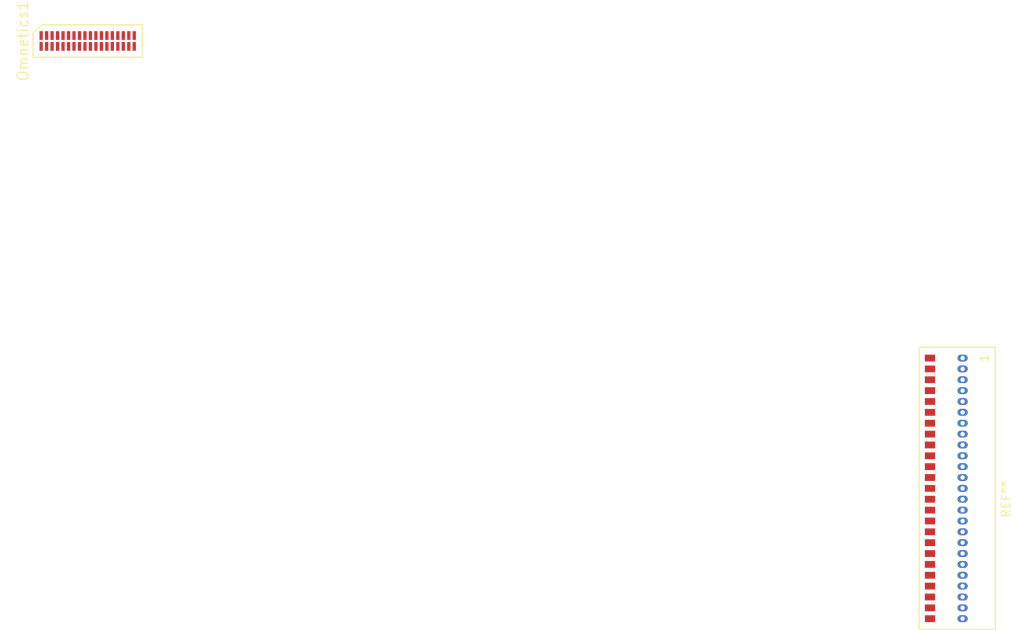
<source format=kicad_pcb>
(kicad_pcb (version 4) (host pcbnew 4.0.7)

  (general
    (links 0)
    (no_connects 0)
    (area 0 0 0 0)
    (thickness 1.6)
    (drawings 0)
    (tracks 0)
    (zones 0)
    (modules 2)
    (nets 1)
  )

  (page A4)
  (layers
    (0 F.Cu signal)
    (31 B.Cu signal)
    (32 B.Adhes user)
    (33 F.Adhes user)
    (34 B.Paste user)
    (35 F.Paste user)
    (36 B.SilkS user)
    (37 F.SilkS user)
    (38 B.Mask user)
    (39 F.Mask user)
    (40 Dwgs.User user)
    (41 Cmts.User user)
    (42 Eco1.User user)
    (43 Eco2.User user)
    (44 Edge.Cuts user)
    (45 Margin user)
    (46 B.CrtYd user)
    (47 F.CrtYd user)
    (48 B.Fab user)
    (49 F.Fab user)
  )

  (setup
    (last_trace_width 0.25)
    (trace_clearance 0.2)
    (zone_clearance 0.508)
    (zone_45_only no)
    (trace_min 0.2)
    (segment_width 0.2)
    (edge_width 0.15)
    (via_size 0.6)
    (via_drill 0.4)
    (via_min_size 0.4)
    (via_min_drill 0.3)
    (uvia_size 0.3)
    (uvia_drill 0.1)
    (uvias_allowed no)
    (uvia_min_size 0.2)
    (uvia_min_drill 0.1)
    (pcb_text_width 0.3)
    (pcb_text_size 1.5 1.5)
    (mod_edge_width 0.15)
    (mod_text_size 1 1)
    (mod_text_width 0.15)
    (pad_size 1.524 1.524)
    (pad_drill 0.762)
    (pad_to_mask_clearance 0.2)
    (aux_axis_origin 0 0)
    (visible_elements FFFFFF7F)
    (pcbplotparams
      (layerselection 0x00030_80000001)
      (usegerberextensions false)
      (excludeedgelayer true)
      (linewidth 0.100000)
      (plotframeref false)
      (viasonmask false)
      (mode 1)
      (useauxorigin false)
      (hpglpennumber 1)
      (hpglpenspeed 20)
      (hpglpendiameter 15)
      (hpglpenoverlay 2)
      (psnegative false)
      (psa4output false)
      (plotreference true)
      (plotvalue true)
      (plotinvisibletext false)
      (padsonsilk false)
      (subtractmaskfromsilk false)
      (outputformat 1)
      (mirror false)
      (drillshape 1)
      (scaleselection 1)
      (outputdirectory ""))
  )

  (net 0 "")

  (net_class Default "This is the default net class."
    (clearance 0.2)
    (trace_width 0.25)
    (via_dia 0.6)
    (via_drill 0.4)
    (uvia_dia 0.3)
    (uvia_drill 0.1)
  )

  (module OmneticsConnector:Omnetics_A79025-001 (layer F.Cu) (tedit 5B0F1DF1) (tstamp 5B620B61)
    (at 135.636 58.166)
    (tags "Omnetics, Wireless EMG")
    (fp_text reference Omnetics1 (at -7.58 0 90) (layer F.SilkS)
      (effects (font (size 1.2 1.2) (thickness 0.15)))
    )
    (fp_text value Conn_02x18_Odd_Even (at 0 2.54) (layer F.Fab)
      (effects (font (size 1.2 1.2) (thickness 0.15)))
    )
    (fp_line (start -5.38 -1.895) (end -6.38 -0.895) (layer F.SilkS) (width 0.15))
    (fp_line (start -6.38 -0.895) (end -6.38 1.895) (layer F.SilkS) (width 0.15))
    (fp_line (start -6.38 1.895) (end 6.38 1.895) (layer F.SilkS) (width 0.15))
    (fp_line (start 6.38 1.895) (end 6.38 -1.895) (layer F.SilkS) (width 0.15))
    (fp_line (start 6.38 -1.895) (end -5.38 -1.895) (layer F.SilkS) (width 0.15))
    (pad 2 smd rect (at -5.44 -0.635) (size 0.38 1.02) (layers F.Cu F.Paste F.Mask))
    (pad 1 smd rect (at -5.44 0.635) (size 0.38 1.02) (layers F.Cu F.Paste F.Mask))
    (pad 4 smd rect (at -4.8 -0.635) (size 0.38 1.02) (layers F.Cu F.Paste F.Mask))
    (pad 3 smd rect (at -4.8 0.635) (size 0.38 1.02) (layers F.Cu F.Paste F.Mask))
    (pad 6 smd rect (at -4.16 -0.635) (size 0.38 1.02) (layers F.Cu F.Paste F.Mask))
    (pad 5 smd rect (at -4.16 0.635) (size 0.38 1.02) (layers F.Cu F.Paste F.Mask))
    (pad 8 smd rect (at -3.52 -0.635) (size 0.38 1.02) (layers F.Cu F.Paste F.Mask))
    (pad 7 smd rect (at -3.52 0.635) (size 0.38 1.02) (layers F.Cu F.Paste F.Mask))
    (pad 10 smd rect (at -2.88 -0.635) (size 0.38 1.02) (layers F.Cu F.Paste F.Mask))
    (pad 9 smd rect (at -2.88 0.635) (size 0.38 1.02) (layers F.Cu F.Paste F.Mask))
    (pad 12 smd rect (at -2.24 -0.635) (size 0.38 1.02) (layers F.Cu F.Paste F.Mask))
    (pad 11 smd rect (at -2.24 0.635) (size 0.38 1.02) (layers F.Cu F.Paste F.Mask))
    (pad 14 smd rect (at -1.6 -0.635) (size 0.38 1.02) (layers F.Cu F.Paste F.Mask))
    (pad 13 smd rect (at -1.6 0.635) (size 0.38 1.02) (layers F.Cu F.Paste F.Mask))
    (pad 16 smd rect (at -0.96 -0.635) (size 0.38 1.02) (layers F.Cu F.Paste F.Mask))
    (pad 15 smd rect (at -0.96 0.635) (size 0.38 1.02) (layers F.Cu F.Paste F.Mask))
    (pad 18 smd rect (at -0.32 -0.635) (size 0.38 1.02) (layers F.Cu F.Paste F.Mask))
    (pad 17 smd rect (at -0.32 0.635) (size 0.38 1.02) (layers F.Cu F.Paste F.Mask))
    (pad 20 smd rect (at 0.32 -0.635) (size 0.38 1.02) (layers F.Cu F.Paste F.Mask))
    (pad 19 smd rect (at 0.32 0.635) (size 0.38 1.02) (layers F.Cu F.Paste F.Mask))
    (pad 22 smd rect (at 0.96 -0.635) (size 0.38 1.02) (layers F.Cu F.Paste F.Mask))
    (pad 21 smd rect (at 0.96 0.635) (size 0.38 1.02) (layers F.Cu F.Paste F.Mask))
    (pad 24 smd rect (at 1.6 -0.635) (size 0.38 1.02) (layers F.Cu F.Paste F.Mask))
    (pad 23 smd rect (at 1.6 0.635) (size 0.38 1.02) (layers F.Cu F.Paste F.Mask))
    (pad 26 smd rect (at 2.24 -0.635) (size 0.38 1.02) (layers F.Cu F.Paste F.Mask))
    (pad 25 smd rect (at 2.24 0.635) (size 0.38 1.02) (layers F.Cu F.Paste F.Mask))
    (pad 28 smd rect (at 2.88 -0.635) (size 0.38 1.02) (layers F.Cu F.Paste F.Mask))
    (pad 27 smd rect (at 2.88 0.635) (size 0.38 1.02) (layers F.Cu F.Paste F.Mask))
    (pad 30 smd rect (at 3.52 -0.635) (size 0.38 1.02) (layers F.Cu F.Paste F.Mask))
    (pad 29 smd rect (at 3.52 0.635) (size 0.38 1.02) (layers F.Cu F.Paste F.Mask))
    (pad 32 smd rect (at 4.16 -0.635) (size 0.38 1.02) (layers F.Cu F.Paste F.Mask))
    (pad 31 smd rect (at 4.16 0.635) (size 0.38 1.02) (layers F.Cu F.Paste F.Mask))
    (pad 34 smd rect (at 4.8 -0.635) (size 0.38 1.02) (layers F.Cu F.Paste F.Mask))
    (pad 33 smd rect (at 4.8 0.635) (size 0.38 1.02) (layers F.Cu F.Paste F.Mask))
    (pad 36 smd rect (at 5.44 -0.635) (size 0.38 1.02) (layers F.Cu F.Paste F.Mask))
    (pad 35 smd rect (at 5.44 0.635) (size 0.38 1.02) (layers F.Cu F.Paste F.Mask))
  )

  (module samtec:FTSH-125-01-F-MT (layer F.Cu) (tedit 5B6233CF) (tstamp 5B6235F6)
    (at 239.141 110.49 270)
    (fp_text reference REF** (at 1.27 -3.81 270) (layer F.SilkS)
      (effects (font (size 1 1) (thickness 0.15)))
    )
    (fp_text value FTSH-125-01-F-MT (at 0 -5.08 270) (layer F.Fab)
      (effects (font (size 1 1) (thickness 0.15)))
    )
    (fp_line (start 16.51 5.08) (end 16.51 6.35) (layer F.SilkS) (width 0.15))
    (fp_line (start 16.51 6.35) (end -16.51 6.35) (layer F.SilkS) (width 0.15))
    (fp_line (start -16.51 6.35) (end -16.51 5.08) (layer F.SilkS) (width 0.15))
    (fp_text user 1 (at -15.24 -1.27 270) (layer F.SilkS)
      (effects (font (size 1 1) (thickness 0.15)))
    )
    (fp_line (start -16.51 -2.54) (end -16.51 5.08) (layer F.SilkS) (width 0.15))
    (fp_line (start 16.51 5.08) (end 16.51 -2.54) (layer F.SilkS) (width 0.15))
    (fp_line (start 16.51 -2.54) (end -16.51 -2.54) (layer F.SilkS) (width 0.15))
    (pad 1 thru_hole oval (at -15.24 1.27 270) (size 0.8 1.2) (drill 0.5) (layers B.Cu B.Mask))
    (pad 2 thru_hole oval (at -13.97 1.27 270) (size 0.8 1.2) (drill 0.5) (layers B.Cu B.Mask))
    (pad 3 thru_hole oval (at -12.7 1.27 270) (size 0.8 1.2) (drill 0.5) (layers B.Cu B.Mask))
    (pad 4 thru_hole oval (at -11.43 1.27 270) (size 0.8 1.2) (drill 0.5) (layers B.Cu B.Mask))
    (pad 5 thru_hole oval (at -10.16 1.27 270) (size 0.8 1.2) (drill 0.5) (layers B.Cu B.Mask))
    (pad 6 thru_hole oval (at -8.89 1.27 270) (size 0.8 1.2) (drill 0.5) (layers B.Cu B.Mask))
    (pad 7 thru_hole oval (at -7.62 1.27 270) (size 0.8 1.2) (drill 0.5) (layers B.Cu B.Mask))
    (pad 8 thru_hole oval (at -6.35 1.27 270) (size 0.8 1.2) (drill 0.5) (layers B.Cu B.Mask))
    (pad 9 thru_hole oval (at -5.08 1.27 270) (size 0.8 1.2) (drill 0.5) (layers B.Cu B.Mask))
    (pad 10 thru_hole oval (at -3.81 1.27 270) (size 0.8 1.2) (drill 0.5) (layers B.Cu B.Mask))
    (pad 11 thru_hole oval (at -2.54 1.27 270) (size 0.8 1.2) (drill 0.5) (layers B.Cu B.Mask))
    (pad 12 thru_hole oval (at -1.27 1.27 270) (size 0.8 1.2) (drill 0.5) (layers B.Cu B.Mask))
    (pad 13 thru_hole oval (at 0 1.27 270) (size 0.8 1.2) (drill 0.5) (layers B.Cu B.Mask))
    (pad 14 thru_hole oval (at 1.27 1.27 270) (size 0.8 1.2) (drill 0.5) (layers B.Cu B.Mask))
    (pad 15 thru_hole oval (at 2.54 1.27 270) (size 0.8 1.2) (drill 0.5) (layers B.Cu B.Mask))
    (pad 16 thru_hole oval (at 3.81 1.27 270) (size 0.8 1.2) (drill 0.5) (layers B.Cu B.Mask))
    (pad 17 thru_hole oval (at 5.08 1.27 270) (size 0.8 1.2) (drill 0.5) (layers B.Cu B.Mask))
    (pad 18 thru_hole oval (at 6.35 1.27 270) (size 0.8 1.2) (drill 0.5) (layers B.Cu B.Mask))
    (pad 19 thru_hole oval (at 7.62 1.27 270) (size 0.8 1.2) (drill 0.5) (layers B.Cu B.Mask))
    (pad 20 thru_hole oval (at 8.89 1.27 270) (size 0.8 1.2) (drill 0.5) (layers B.Cu B.Mask))
    (pad 21 thru_hole oval (at 10.16 1.27 270) (size 0.8 1.2) (drill 0.5) (layers B.Cu B.Mask))
    (pad 22 thru_hole oval (at 11.43 1.27 270) (size 0.8 1.2) (drill 0.5) (layers B.Cu B.Mask))
    (pad 23 thru_hole oval (at 12.7 1.27 270) (size 0.8 1.2) (drill 0.5) (layers B.Cu B.Mask))
    (pad 24 thru_hole oval (at 13.97 1.27 270) (size 0.8 1.2) (drill 0.5) (layers B.Cu B.Mask))
    (pad 25 thru_hole oval (at 15.24 1.27 270) (size 0.8 1.2) (drill 0.5) (layers B.Cu B.Mask))
    (pad 26 smd rect (at -15.24 5.08 270) (size 0.8 1.2) (layers F.Cu F.Paste F.Mask))
    (pad 27 smd rect (at -13.97 5.08 270) (size 0.8 1.2) (layers F.Cu F.Paste F.Mask))
    (pad 28 smd rect (at -12.7 5.08 270) (size 0.8 1.2) (layers F.Cu F.Paste F.Mask))
    (pad 29 smd rect (at -11.43 5.08 270) (size 0.8 1.2) (layers F.Cu F.Paste F.Mask))
    (pad 30 smd rect (at -10.16 5.08 270) (size 0.8 1.2) (layers F.Cu F.Paste F.Mask))
    (pad 31 smd rect (at -8.89 5.08 270) (size 0.8 1.2) (layers F.Cu F.Paste F.Mask))
    (pad 32 smd rect (at -7.62 5.08 270) (size 0.8 1.2) (layers F.Cu F.Paste F.Mask))
    (pad 33 smd rect (at -6.35 5.08 270) (size 0.8 1.2) (layers F.Cu F.Paste F.Mask))
    (pad 34 smd rect (at -5.08 5.08 270) (size 0.8 1.2) (layers F.Cu F.Paste F.Mask))
    (pad 35 smd rect (at -3.81 5.08 270) (size 0.8 1.2) (layers F.Cu F.Paste F.Mask))
    (pad 36 smd rect (at -2.54 5.08 270) (size 0.8 1.2) (layers F.Cu F.Paste F.Mask))
    (pad 37 smd rect (at -1.27 5.08 270) (size 0.8 1.2) (layers F.Cu F.Paste F.Mask))
    (pad 38 smd rect (at 0 5.08 270) (size 0.8 1.2) (layers F.Cu F.Paste F.Mask))
    (pad 39 smd rect (at 1.27 5.08 270) (size 0.8 1.2) (layers F.Cu F.Paste F.Mask))
    (pad 40 smd rect (at 2.54 5.08 270) (size 0.8 1.2) (layers F.Cu F.Paste F.Mask))
    (pad 41 smd rect (at 3.81 5.08 270) (size 0.8 1.2) (layers F.Cu F.Paste F.Mask))
    (pad 42 smd rect (at 5.08 5.08 270) (size 0.8 1.2) (layers F.Cu F.Paste F.Mask))
    (pad 43 smd rect (at 6.35 5.08 270) (size 0.8 1.2) (layers F.Cu F.Paste F.Mask))
    (pad 44 smd rect (at 7.62 5.08 270) (size 0.8 1.2) (layers F.Cu F.Paste F.Mask))
    (pad 45 smd rect (at 8.89 5.08 270) (size 0.8 1.2) (layers F.Cu F.Paste F.Mask))
    (pad 46 smd rect (at 10.16 5.08 270) (size 0.8 1.2) (layers F.Cu F.Paste F.Mask))
    (pad 47 smd rect (at 11.43 5.08 270) (size 0.8 1.2) (layers F.Cu F.Paste F.Mask))
    (pad 48 smd rect (at 12.7 5.08 270) (size 0.8 1.2) (layers F.Cu F.Paste F.Mask))
    (pad 49 smd rect (at 13.97 5.08 270) (size 0.8 1.2) (layers F.Cu F.Paste F.Mask))
    (pad 50 smd rect (at 15.24 5.08 270) (size 0.8 1.2) (layers F.Cu F.Paste F.Mask))
  )

)

</source>
